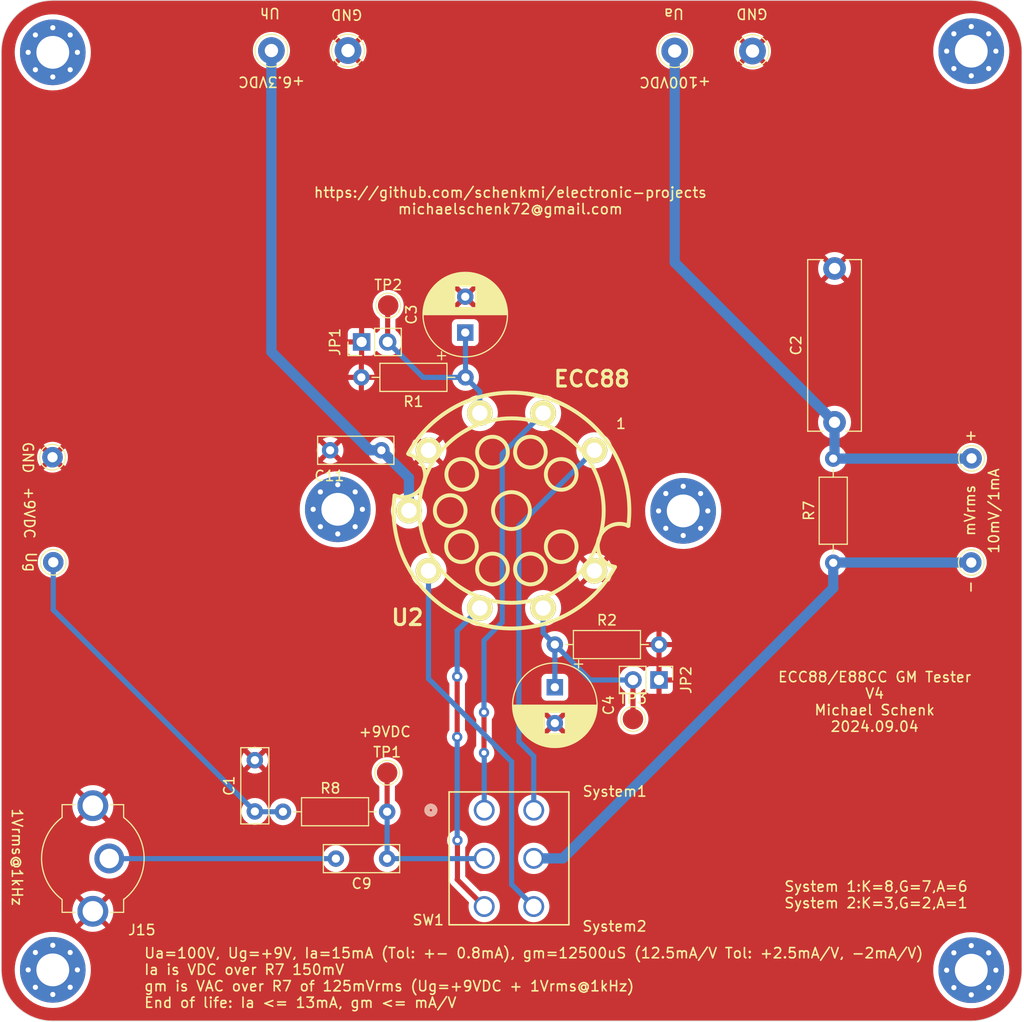
<source format=kicad_pcb>
(kicad_pcb (version 20240108) (generator "pcbnew") (generator_version "8.0")
  (layers (0 "F.Cu" signal) (31 "B.Cu" signal) (34 "B.Paste" user) (35 "F.Paste" user) (36 "B.SilkS" user "B.Silkscreen") (37 "F.SilkS" user "F.Silkscreen") (38 "B.Mask" user) (39 "F.Mask" user) (44 "Edge.Cuts" user))
  (net 0 "")
  (net 1 "VDDA")
  (net 2 "Net-(C9-Pad1)")
  (net 3 "Net-(JP1-B)")
  (net 4 "FVCC")
  (net 5 "Net-(J15-In)")
  (net 6 "FGND")
  (net 7 "Net-(J18-Pin_1)")
  (net 8 "Net-(J17-Pin_1)")
  (net 9 "Net-(JP2-B)")
  (net 10 "Net-(U2B-G)")
  (net 11 "Net-(U2A-A)")
  (net 12 "Net-(U2B-A)")
  (net 13 "Net-(U2A-G)")
  (footprint "MountingHole:MountingHole_3.2mm_M3_Pad_Via" (layer "F.Cu") (at 50.753944 52.832)
    (property "Reference" "H1" (hide yes))
    (property "Value" "MountingHole")
    (pad "1" thru_hole circle (at -2.4 0) (size 0.8 0.8) (drill 0.5) (layers "*.Cu" "*.Mask"))
    (pad "1" thru_hole circle (at -1.697056 -1.697056) (size 0.8 0.8) (drill 0.5) (layers "*.Cu" "*.Mask"))
    (pad "1" thru_hole circle (at -1.697056 1.697056) (size 0.8 0.8) (drill 0.5) (layers "*.Cu" "*.Mask"))
    (pad "1" thru_hole circle (at 0 -2.4) (size 0.8 0.8) (drill 0.5) (layers "*.Cu" "*.Mask"))
    (pad "1" thru_hole circle (at 0 0) (size 6.4 6.4) (drill 3.2) (layers "*.Cu" "*.Mask"))
    (pad "1" thru_hole circle (at 0 2.4) (size 0.8 0.8) (drill 0.5) (layers "*.Cu" "*.Mask"))
    (pad "1" thru_hole circle (at 1.697056 -1.697056) (size 0.8 0.8) (drill 0.5) (layers "*.Cu" "*.Mask"))
    (pad "1" thru_hole circle (at 1.697056 1.697056) (size 0.8 0.8) (drill 0.5) (layers "*.Cu" "*.Mask"))
    (pad "1" thru_hole circle (at 2.4 0) (size 0.8 0.8) (drill 0.5) (layers "*.Cu" "*.Mask"))
  )
  (footprint "MountingHole:MountingHole_3.2mm_M3_Pad_Via" (layer "F.Cu") (at 50.753944 142.320944)
    (property "Reference" "H2" (hide yes))
    (property "Value" "MountingHole")
    (pad "1" thru_hole circle (at -2.4 0) (size 0.8 0.8) (drill 0.5) (layers "*.Cu" "*.Mask"))
    (pad "1" thru_hole circle (at -1.697056 -1.697056) (size 0.8 0.8) (drill 0.5) (layers "*.Cu" "*.Mask"))
    (pad "1" thru_hole circle (at -1.697056 1.697056) (size 0.8 0.8) (drill 0.5) (layers "*.Cu" "*.Mask"))
    (pad "1" thru_hole circle (at 0 -2.4) (size 0.8 0.8) (drill 0.5) (layers "*.Cu" "*.Mask"))
    (pad "1" thru_hole circle (at 0 0) (size 6.4 6.4) (drill 3.2) (layers "*.Cu" "*.Mask"))
    (pad "1" thru_hole circle (at 0 2.4) (size 0.8 0.8) (drill 0.5) (layers "*.Cu" "*.Mask"))
    (pad "1" thru_hole circle (at 1.697056 -1.697056) (size 0.8 0.8) (drill 0.5) (layers "*.Cu" "*.Mask"))
    (pad "1" thru_hole circle (at 1.697056 1.697056) (size 0.8 0.8) (drill 0.5) (layers "*.Cu" "*.Mask"))
    (pad "1" thru_hole circle (at 2.4 0) (size 0.8 0.8) (drill 0.5) (layers "*.Cu" "*.Mask"))
  )
  (footprint "MountingHole:MountingHole_3.2mm_M3_Pad_Via" (layer "F.Cu") (at 140.335 142.354)
    (property "Reference" "H3" (hide yes))
    (property "Value" "MountingHole")
    (pad "1" thru_hole circle (at -2.4 0) (size 0.8 0.8) (drill 0.5) (layers "*.Cu" "*.Mask"))
    (pad "1" thru_hole circle (at -1.697056 -1.697056) (size 0.8 0.8) (drill 0.5) (layers "*.Cu" "*.Mask"))
    (pad "1" thru_hole circle (at -1.697056 1.697056) (size 0.8 0.8) (drill 0.5) (layers "*.Cu" "*.Mask"))
    (pad "1" thru_hole circle (at 0 -2.4) (size 0.8 0.8) (drill 0.5) (layers "*.Cu" "*.Mask"))
    (pad "1" thru_hole circle (at 0 0) (size 6.4 6.4) (drill 3.2) (layers "*.Cu" "*.Mask"))
    (pad "1" thru_hole circle (at 0 2.4) (size 0.8 0.8) (drill 0.5) (layers "*.Cu" "*.Mask"))
    (pad "1" thru_hole circle (at 1.697056 -1.697056) (size 0.8 0.8) (drill 0.5) (layers "*.Cu" "*.Mask"))
    (pad "1" thru_hole circle (at 1.697056 1.697056) (size 0.8 0.8) (drill 0.5) (layers "*.Cu" "*.Mask"))
    (pad "1" thru_hole circle (at 2.4 0) (size 0.8 0.8) (drill 0.5) (layers "*.Cu" "*.Mask"))
  )
  (footprint "MountingHole:MountingHole_3.2mm_M3_Pad_Via" (layer "F.Cu") (at 140.335 52.718)
    (property "Reference" "H4" (hide yes))
    (property "Value" "MountingHole")
    (pad "1" thru_hole circle (at -2.4 0) (size 0.8 0.8) (drill 0.5) (layers "*.Cu" "*.Mask"))
    (pad "1" thru_hole circle (at -1.697056 -1.697056) (size 0.8 0.8) (drill 0.5) (layers "*.Cu" "*.Mask"))
    (pad "1" thru_hole circle (at -1.697056 1.697056) (size 0.8 0.8) (drill 0.5) (layers "*.Cu" "*.Mask"))
    (pad "1" thru_hole circle (at 0 -2.4) (size 0.8 0.8) (drill 0.5) (layers "*.Cu" "*.Mask"))
    (pad "1" thru_hole circle (at 0 0) (size 6.4 6.4) (drill 3.2) (layers "*.Cu" "*.Mask"))
    (pad "1" thru_hole circle (at 0 2.4) (size 0.8 0.8) (drill 0.5) (layers "*.Cu" "*.Mask"))
    (pad "1" thru_hole circle (at 1.697056 -1.697056) (size 0.8 0.8) (drill 0.5) (layers "*.Cu" "*.Mask"))
    (pad "1" thru_hole circle (at 1.697056 1.697056) (size 0.8 0.8) (drill 0.5) (layers "*.Cu" "*.Mask"))
    (pad "1" thru_hole circle (at 2.4 0) (size 0.8 0.8) (drill 0.5) (layers "*.Cu" "*.Mask"))
  )
  (footprint "Connector_Pin:Pin_D1.3mm_L11.0mm" (layer "F.Cu") (at 111.412174 52.705)
    (property "Reference" "J5" (hide yes))
    (property "Value" "Conn_01x01")
    (pad "1" thru_hole circle (at 0 0) (size 2.6 2.6) (drill 1.3) (layers "*.Cu" "*.Mask") (net 1 "VDDA"))
  )
  (footprint "Connector_Pin:Pin_D1.3mm_L11.0mm" (layer "F.Cu") (at 118.999 52.705)
    (property "Reference" "J6" (hide yes))
    (property "Value" "Conn_01x01")
    (pad "1" thru_hole circle (at 0 0) (size 2.6 2.6) (drill 1.3) (layers "*.Cu" "*.Mask") (net 6 "FGND"))
  )
  (footprint "Connector_Pin:Pin_D1.3mm_L11.0mm" (layer "F.Cu") (at 72.076483 52.657064)
    (property "Reference" "J9" (hide yes))
    (property "Value" "Conn_01x01")
    (pad "1" thru_hole circle (at 0 0) (size 2.6 2.6) (drill 1.3) (layers "*.Cu" "*.Mask") (net 4 "FVCC"))
  )
  (footprint "Connector_Pin:Pin_D1.3mm_L11.0mm" (layer "F.Cu") (at 79.547902 52.657064)
    (property "Reference" "J10" (hide yes))
    (property "Value" "Conn_01x01")
    (pad "1" thru_hole circle (at 0 0) (size 2.6 2.6) (drill 1.3) (layers "*.Cu" "*.Mask") (net 6 "FGND"))
  )
  (footprint "Capacitor_THT:C_Rect_L7.2mm_W2.5mm_P5.00mm_FKS2_FKP2_MKS2_MKP2" (layer "F.Cu") (at 82.804 91.6432 180)
    (property "Reference" "C11" (at 5.08 -2.5 0) (layer "F.SilkS"))
    (property "Value" "100nF")
    (pad "1" thru_hole circle (at 0 0 180) (size 1.6 1.6) (drill 0.8) (layers "*.Cu" "*.Mask") (net 4 "FVCC"))
    (pad "2" thru_hole circle (at 5 0 180) (size 1.6 1.6) (drill 0.8) (layers "*.Cu" "*.Mask") (net 6 "FGND"))
  )
  (footprint "Resistor_THT:R_Axial_DIN0207_L6.3mm_D2.5mm_P10.16mm_Horizontal" (layer "F.Cu") (at 83.3628 126.8984 180)
    (property "Reference" "R8" (at 5.5372 2.286 0) (layer "F.SilkS"))
    (property "Value" "200k/0.6W")
    (pad "1" thru_hole circle (at 0 0 180) (size 1.6 1.6) (drill 0.8) (layers "*.Cu" "*.Mask") (net 2 "Net-(C9-Pad1)"))
    (pad "2" thru_hole oval (at 10.16 0 180) (size 1.6 1.6) (drill 0.8) (layers "*.Cu" "*.Mask") (net 7 "Net-(J18-Pin_1)"))
  )
  (footprint "Resistor_THT:R_Axial_DIN0207_L6.3mm_D2.5mm_P10.16mm_Horizontal" (layer "F.Cu") (at 126.873 102.616 90)
    (property "Reference" "R7" (at 5.08 -2.37 90) (layer "F.SilkS"))
    (property "Value" "10R/0.4W/0.1%")
    (pad "1" thru_hole circle (at 0 0 90) (size 1.6 1.6) (drill 0.8) (layers "*.Cu" "*.Mask") (net 8 "Net-(J17-Pin_1)"))
    (pad "2" thru_hole oval (at 10.16 0 90) (size 1.6 1.6) (drill 0.8) (layers "*.Cu" "*.Mask") (net 1 "VDDA"))
  )
  (footprint "TestPoint:TestPoint_Pad_D2.0mm" (layer "F.Cu") (at 83.4644 77.5208)
    (property "Reference" "TP2" (at 0 -1.998 0) (layer "F.SilkS"))
    (property "Value" "TestPoint")
    (pad "1" smd circle (at 0 0) (size 2 2) (layers "F.Cu" "F.Mask") (net 3 "Net-(JP1-B)"))
  )
  (footprint "kicad-snk:TubeNoval-ECC88" (layer "F.Cu") (at 95.48876 97.5233 90)
    (property "Reference" "U2" (at -10.4267 -10.14476 180) (layer "F.SilkS") (effects (font (size 1.524 1.524) (thickness 0.3048))))
    (property "Value" "ECC88" (at 12.8397 7.83844 180) (layer "F.SilkS") (effects (font (size 1.524 1.524) (thickness 0.3048))))
    (pad "1" thru_hole circle (at 5.87756 8.0899 90) (size 2.49936 2.49936) (drill 1.4986) (layers "*.Cu" "*.Mask" "F.SilkS") (net 11 "Net-(U2A-A)"))
    (pad "2" thru_hole circle (at 9.50976 3.0861 90) (size 2.49936 2.49936) (drill 1.4986) (layers "*.Cu" "*.Mask" "F.SilkS") (net 13 "Net-(U2A-G)"))
    (pad "3" thru_hole circle (at 9.50976 -3.0861 90) (size 2.49936 2.49936) (drill 1.4986) (layers "*.Cu" "*.Mask" "F.SilkS") (net 3 "Net-(JP1-B)"))
    (pad "4" thru_hole circle (at 5.87756 -8.0899 90) (size 2.49936 2.49936) (drill 1.4986) (layers "*.Cu" "*.Mask" "F.SilkS") (net 6 "FGND"))
    (pad "5" thru_hole circle (at 0 -9.99998 90) (size 2.49936 2.49936) (drill 1.4986) (layers "*.Cu" "*.Mask" "F.SilkS") (net 4 "FVCC"))
    (pad "6" thru_hole circle (at -5.87756 -8.0899 90) (size 2.49936 2.49936) (drill 1.4986) (layers "*.Cu" "*.Mask" "F.SilkS") (net 12 "Net-(U2B-A)"))
    (pad "7" thru_hole circle (at -9.50976 -3.0861 90) (size 2.49936 2.49936) (drill 1.4986) (layers "*.Cu" "*.Mask" "F.SilkS") (net 10 "Net-(U2B-G)"))
    (pad "8" thru_hole circle (at -9.50976 3.0861 90) (size 2.49936 2.49936) (drill 1.4986) (layers "*.Cu" "*.Mask" "F.SilkS") (net 9 "Net-(JP2-B)"))
    (pad "9" thru_hole circle (at -5.87756 8.0899 90) (size 2.49936 2.49936) (drill 1.4986) (layers "*.Cu" "*.Mask" "F.SilkS") (net 6 "FGND"))
  )
  (footprint "Connector_Pin:Pin_D1.0mm_L10.0mm" (layer "F.Cu") (at 140.364853 92.4306)
    (property "Reference" "J16" (hide yes))
    (property "Value" "Conn_01x01")
    (pad "1" thru_hole circle (at 0 0) (size 2 2) (drill 1) (layers "*.Cu" "*.Mask") (net 1 "VDDA"))
  )
  (footprint "kicad-snk:RCA-Phono_CUI-Devices_RCJ-02X_Vertical" (layer "F.Cu") (at 54.6608 131.457126 -90)
    (property "Reference" "J15" (at 6.972874 -4.7752 180) (layer "F.SilkS"))
    (property "Value" "1Vrms@1kHz")
    (pad "1" thru_hole circle (at 0 -1.6 270) (size 2.9 2.9) (drill 1.9) (layers "*.Cu" "*.Mask") (net 5 "Net-(J15-In)"))
    (pad "2" thru_hole circle (at -5.15 0 270) (size 3 3) (drill 2) (layers "*.Cu" "*.Mask") (net 6 "FGND"))
    (pad "2" thru_hole circle (at 5.15 0 270) (size 3 3) (drill 2) (layers "*.Cu" "*.Mask") (net 6 "FGND"))
  )
  (footprint "MountingHole:MountingHole_3.2mm_M3_Pad_Via" (layer "F.Cu") (at 78.549573 97.401311)
    (property "Reference" "H5" (hide yes))
    (property "Value" "MountingHole")
    (pad "1" thru_hole circle (at -2.4 0) (size 0.8 0.8) (drill 0.5) (layers "*.Cu" "*.Mask"))
    (pad "1" thru_hole circle (at -1.697056 -1.697056) (size 0.8 0.8) (drill 0.5) (layers "*.Cu" "*.Mask"))
    (pad "1" thru_hole circle (at -1.697056 1.697056) (size 0.8 0.8) (drill 0.5) (layers "*.Cu" "*.Mask"))
    (pad "1" thru_hole circle (at 0 -2.4) (size 0.8 0.8) (drill 0.5) (layers "*.Cu" "*.Mask"))
    (pad "1" thru_hole circle (at 0 0) (size 6.4 6.4) (drill 3.2) (layers "*.Cu" "*.Mask"))
    (pad "1" thru_hole circle (at 0 2.4) (size 0.8 0.8) (drill 0.5) (layers "*.Cu" "*.Mask"))
    (pad "1" thru_hole circle (at 1.697056 -1.697056) (size 0.8 0.8) (drill 0.5) (layers "*.Cu" "*.Mask"))
    (pad "1" thru_hole circle (at 1.697056 1.697056) (size 0.8 0.8) (drill 0.5) (layers "*.Cu" "*.Mask"))
    (pad "1" thru_hole circle (at 2.4 0) (size 0.8 0.8) (drill 0.5) (layers "*.Cu" "*.Mask"))
  )
  (footprint "Capacitor_THT:C_Rect_L7.2mm_W2.5mm_P5.00mm_FKS2_FKP2_MKS2_MKP2" (layer "F.Cu") (at 83.3628 131.4704 180)
    (property "Reference" "C9" (at 2.4892 -2.4384 0) (layer "F.SilkS"))
    (property "Value" "100nF")
    (pad "1" thru_hole circle (at 0 0 180) (size 1.6 1.6) (drill 0.8) (layers "*.Cu" "*.Mask") (net 2 "Net-(C9-Pad1)"))
    (pad "2" thru_hole circle (at 5 0 180) (size 1.6 1.6) (drill 0.8) (layers "*.Cu" "*.Mask") (net 5 "Net-(J15-In)"))
  )
  (footprint "TestPoint:TestPoint_Pad_D2.0mm" (layer "F.Cu") (at 83.3628 123.0884)
    (property "Reference" "TP1" (at 0 -1.998 0) (layer "F.SilkS"))
    (property "Value" "TestPoint")
    (pad "1" smd circle (at 0 0) (size 2 2) (layers "F.Cu" "F.Mask") (net 2 "Net-(C9-Pad1)"))
  )
  (footprint "Resistor_THT:R_Axial_DIN0207_L6.3mm_D2.5mm_P10.16mm_Horizontal" (layer "F.Cu") (at 99.7204 110.5916)
    (property "Reference" "R2" (at 5.08 -2.37 0) (layer "F.SilkS"))
    (property "Value" "680R/0.6W")
    (pad "1" thru_hole circle (at 0 0) (size 1.6 1.6) (drill 0.8) (layers "*.Cu" "*.Mask") (net 9 "Net-(JP2-B)"))
    (pad "2" thru_hole oval (at 10.16 0) (size 1.6 1.6) (drill 0.8) (layers "*.Cu" "*.Mask") (net 6 "FGND"))
  )
  (footprint "Connector_Pin:Pin_D1.0mm_L10.0mm" (layer "F.Cu") (at 50.8 102.5652)
    (property "Reference" "J18" (hide yes))
    (property "Value" "~")
    (pad "1" thru_hole circle (at 0 0) (size 2 2) (drill 1) (layers "*.Cu" "*.Mask") (net 7 "Net-(J18-Pin_1)"))
  )
  (footprint "Capacitor_THT:C_Rect_L7.2mm_W2.5mm_P5.00mm_FKS2_FKP2_MKS2_MKP2" (layer "F.Cu") (at 70.4596 126.8692 90)
    (property "Reference" "C1" (at 2.5 -2.5 90) (layer "F.SilkS"))
    (property "Value" "100nF")
    (pad "1" thru_hole circle (at 0 0 90) (size 1.6 1.6) (drill 0.8) (layers "*.Cu" "*.Mask") (net 7 "Net-(J18-Pin_1)"))
    (pad "2" thru_hole circle (at 5 0 90) (size 1.6 1.6) (drill 0.8) (layers "*.Cu" "*.Mask") (net 6 "FGND"))
  )
  (footprint "Connector_Pin:Pin_D1.0mm_L10.0mm" (layer "F.Cu") (at 50.725632 92.32051)
    (property "Reference" "J19" (hide yes))
    (property "Value" "~")
    (pad "1" thru_hole circle (at 0 0) (size 2 2) (drill 1) (layers "*.Cu" "*.Mask") (net 6 "FGND"))
  )
  (footprint "Connector_Pin:Pin_D1.0mm_L10.0mm" (layer "F.Cu") (at 140.335 102.5906)
    (property "Reference" "J17" (hide yes))
    (property "Value" "Conn_01x01")
    (pad "1" thru_hole circle (at 0 0) (size 2 2) (drill 1) (layers "*.Cu" "*.Mask") (net 8 "Net-(J17-Pin_1)"))
  )
  (footprint "Resistor_THT:R_Axial_DIN0207_L6.3mm_D2.5mm_P10.16mm_Horizontal" (layer "F.Cu") (at 91.0082 84.5312 180)
    (property "Reference" "R1" (at 5.08 -2.37 0) (layer "F.SilkS"))
    (property "Value" "680R/0.6W")
    (pad "1" thru_hole circle (at 0 0 180) (size 1.6 1.6) (drill 0.8) (layers "*.Cu" "*.Mask") (net 3 "Net-(JP1-B)"))
    (pad "2" thru_hole oval (at 10.16 0 180) (size 1.6 1.6) (drill 0.8) (layers "*.Cu" "*.Mask") (net 6 "FGND"))
  )
  (footprint "MountingHole:MountingHole_3.2mm_M3_Pad_Via" (layer "F.Cu") (at 112.238939 97.55747)
    (property "Reference" "H6" (hide yes))
    (property "Value" "MountingHole")
    (pad "1" thru_hole circle (at -2.4 0) (size 0.8 0.8) (drill 0.5) (layers "*.Cu" "*.Mask"))
    (pad "1" thru_hole circle (at -1.697056 -1.697056) (size 0.8 0.8) (drill 0.5) (layers "*.Cu" "*.Mask"))
    (pad "1" thru_hole circle (at -1.697056 1.697056) (size 0.8 0.8) (drill 0.5) (layers "*.Cu" "*.Mask"))
    (pad "1" thru_hole circle (at 0 -2.4) (size 0.8 0.8) (drill 0.5) (layers "*.Cu" "*.Mask"))
    (pad "1" thru_hole circle (at 0 0) (size 6.4 6.4) (drill 3.2) (layers "*.Cu" "*.Mask"))
    (pad "1" thru_hole circle (at 0 2.4) (size 0.8 0.8) (drill 0.5) (layers "*.Cu" "*.Mask"))
    (pad "1" thru_hole circle (at 1.697056 -1.697056) (size 0.8 0.8) (drill 0.5) (layers "*.Cu" "*.Mask"))
    (pad "1" thru_hole circle (at 1.697056 1.697056) (size 0.8 0.8) (drill 0.5) (layers "*.Cu" "*.Mask"))
    (pad "1" thru_hole circle (at 2.4 0) (size 0.8 0.8) (drill 0.5) (layers "*.Cu" "*.Mask"))
  )
  (footprint "Capacitor_THT:C_Rect_L16.5mm_W5.0mm_P15.00mm_MKT" (layer "F.Cu") (at 127 88.914 90)
    (property "Reference" "C2" (at 7.5 -3.75 90) (layer "F.SilkS"))
    (property "Value" "100nF")
    (pad "1" thru_hole circle (at 0 0 90) (size 2.2 2.2) (drill 1.1) (layers "*.Cu" "*.Mask") (net 1 "VDDA"))
    (pad "2" thru_hole circle (at 15 0 90) (size 2.2 2.2) (drill 1.1) (layers "*.Cu" "*.Mask") (net 6 "FGND"))
  )
  (footprint "Capacitor_THT:CP_Radial_D8.0mm_P3.50mm" (layer "F.Cu") (at 99.7204 114.7572 -90)
    (property "Reference" "C4" (at 1.75 -5.25 90) (layer "F.SilkS"))
    (property "Value" "220uF")
    (pad "1" thru_hole rect (at 0 0 270) (size 1.6 1.6) (drill 0.8) (layers "*.Cu" "*.Mask") (net 9 "Net-(JP2-B)"))
    (pad "2" thru_hole circle (at 3.5 0 270) (size 1.6 1.6) (drill 0.8) (layers "*.Cu" "*.Mask") (net 6 "FGND"))
  )
  (footprint "Connector_PinHeader_2.54mm:PinHeader_1x02_P2.54mm_Vertical" (layer "F.Cu") (at 109.8804 114.046 -90)
    (property "Reference" "JP2" (at 0 -2.6416 90) (layer "F.SilkS"))
    (property "Value" "Jumper_2_Open")
    (pad "1" thru_hole rect (at 0 0 270) (size 1.7 1.7) (drill 1) (layers "*.Cu" "*.Mask") (net 6 "FGND"))
    (pad "2" thru_hole oval (at 0 2.54 270) (size 1.7 1.7) (drill 1) (layers "*.Cu" "*.Mask") (net 9 "Net-(JP2-B)"))
  )
  (footprint "Capacitor_THT:CP_Radial_D8.0mm_P3.50mm" (layer "F.Cu") (at 90.9828 80.1624 90)
    (property "Reference" "C3" (at 1.75 -5.25 90) (layer "F.SilkS"))
    (property "Value" "220uF")
    (pad "1" thru_hole rect (at 0 0 90) (size 1.6 1.6) (drill 0.8) (layers "*.Cu" "*.Mask") (net 3 "Net-(JP1-B)"))
    (pad "2" thru_hole circle (at 3.5 0 90) (size 1.6 1.6) (drill 0.8) (layers "*.Cu" "*.Mask") (net 6 "FGND"))
  )
  (footprint "Connector_PinHeader_2.54mm:PinHeader_1x02_P2.54mm_Vertical" (layer "F.Cu") (at 80.8736 81.0768 90)
    (property "Reference" "JP1" (at 0 -2.5908 90) (layer "F.SilkS"))
    (property "Value" "Jumper_2_Open")
    (pad "1" thru_hole rect (at 0 0 90) (size 1.7 1.7) (drill 1) (layers "*.Cu" "*.Mask") (net 6 "FGND"))
    (pad "2" thru_hole oval (at 0 2.54 90) (size 1.7 1.7) (drill 1) (layers "*.Cu" "*.Mask") (net 3 "Net-(JP1-B)"))
  )
  (footprint "kicad-snk:SW6_ANT21SECQE_CRS" (layer "F.Cu") (at 92.832998 126.744999)
    (property "Reference" "SW1" (at -5.456998 10.719801 0) (layer "F.SilkS"))
    (property "Value" "DPDT_SW_ANT21SECQE")
    (pad "1" thru_hole circle (at 0 0) (size 2.032 2.032) (drill 1.524) (layers "*.Cu" "*.Mask") (net 13 "Net-(U2A-G)"))
    (pad "2" thru_hole circle (at 0 4.700001) (size 2.032 2.032) (drill 1.524) (layers "*.Cu" "*.Mask") (net 2 "Net-(C9-Pad1)"))
    (pad "3" thru_hole circle (at 0 9.400001) (size 2.032 2.032) (drill 1.524) (layers "*.Cu" "*.Mask") (net 10 "Net-(U2B-G)"))
    (pad "4" thru_hole circle (at 4.830002 0) (size 2.032 2.032) (drill 1.524) (layers "*.Cu" "*.Mask") (net 11 "Net-(U2A-A)"))
    (pad "5" thru_hole circle (at 4.830002 4.700001) (size 2.032 2.032) (drill 1.524) (layers "*.Cu" "*.Mask") (net 8 "Net-(J17-Pin_1)"))
    (pad "6" thru_hole circle (at 4.830002 9.400001) (size 2.032 2.032) (drill 1.524) (layers "*.Cu" "*.Mask") (net 12 "Net-(U2B-A)"))
  )
  (footprint "TestPoint:TestPoint_Pad_D2.0mm" (layer "F.Cu") (at 107.3404 117.856)
    (property "Reference" "TP3" (at 0 -1.998 0) (layer "F.SilkS"))
    (property "Value" "TestPoint")
    (pad "1" smd circle (at 0 0) (size 2 2) (layers "F.Cu" "F.Mask") (net 9 "Net-(JP2-B)"))
  )
  (gr_line (start 140.288 147.32) (end 50.72 147.32) (stroke (width 0.05)) (layer "Edge.Cuts"))
  (gr_line (start 45.72 142.32) (end 45.72 52.752) (stroke (width 0.05)) (layer "Edge.Cuts"))
  (gr_arc (start 145.288 142.32) (mid 143.823534 145.855534) (end 140.288 147.32) (stroke (width 0.05)) (layer "Edge.Cuts"))
  (gr_arc (start 50.72 147.32) (mid 47.184466 145.855534) (end 45.72 142.32) (stroke (width 0.05)) (layer "Edge.Cuts"))
  (gr_line (start 50.72 47.752) (end 140.288 47.752) (stroke (width 0.05)) (layer "Edge.Cuts"))
  (gr_arc (start 45.72 52.752) (mid 47.184466 49.216466) (end 50.72 47.752) (stroke (width 0.05)) (layer "Edge.Cuts"))
  (gr_arc (start 140.288 47.752) (mid 143.823534 49.216466) (end 145.288 52.752) (stroke (width 0.05)) (layer "Edge.Cuts"))
  (gr_line (start 145.288 52.752) (end 145.288 142.32) (stroke (width 0.05)) (layer "Edge.Cuts"))
  (gr_text "GND" (at 48.324558 92.3544 270) (layer "F.SilkS") (effects (font (size 1 1))))
  (gr_text "+6.3VDC" (at 72.093215 55.704078 180) (layer "F.SilkS") (effects (font (size 1 1))))
  (gr_text "GND" (at 118.947135 49.0728 180) (layer "F.SilkS") (effects (font (size 1 1))))
  (gr_text "GND" (at 79.420902 49.151864 180) (layer "F.SilkS") (effects (font (size 1 1))))
  (gr_text "-" (at 140.8176 104.267 90) (layer "F.SilkS") (effects (font (size 1 1)) (justify left bottom mirror)))
  (gr_text "+9VDC" (at 47.879 95.123 270) (layer "F.SilkS") (effects (font (size 1 1)) (justify left bottom)))
  (gr_text "Uh" (at 71.927902 49.00973 180) (layer "F.SilkS") (effects (font (size 1 1))))
  (gr_text "+" (at 141.0208 90.7542 0) (layer "F.SilkS") (effects (font (size 1 1)) (justify left bottom mirror)))
  (gr_text "Ua" (at 111.327135 49.0728 180) (layer "F.SilkS") (effects (font (size 1 1))))
  (gr_text "+9VDC" (at 80.518 119.6848 0) (layer "F.SilkS") (effects (font (size 1 1)) (justify left bottom)))
  (gr_text "ECC88/E88CC GM Tester\nV4\nMichael Schenk\n2024.09.04" (at 130.9116 116.1796 0) (layer "F.SilkS") (effects (font (size 1 1))))
  (gr_text "Ua=100V, Ug=+9V, Ia=15mA (Tol: +- 0.8mA), gm=12500uS (12.5mA/V Tol: +2.5mA/V, -2mA/V)\nIa is VDC over R7 150mV\ngm is VAC over R7 of 125mVrms (Ug=+9VDC + 1Vrms@1kHz)\nEnd of life: Ia <= 13mA, gm <= mA/V" (at 59.5884 143.1036 0) (layer "F.SilkS") (effects (font (size 1 1)) (justify left)))
  (gr_text "mVrms" (at 140.208 97.5106 90) (layer "F.SilkS") (effects (font (size 1 1))))
  (gr_text "Ug" (at 48.612937 102.5512 270) (layer "F.SilkS") (effects (font (size 1 1))))
  (gr_text "https://github.com/schenkmi/electronic-projects\nmichaelschenk72@gmail.com" (at 95.377 67.31 0) (layer "F.SilkS") (effects (font (size 1 1))))
  (gr_text "+100VDC" (at 111.446877 55.743231 180) (layer "F.SilkS") (effects (font (size 1 1))))
  (gr_text "1" (at 106.172 89.0524 0) (layer "F.SilkS") (effects (font (size 1 1))))
  (gr_text "10mV/1mA" (at 142.5448 97.5614 90) (layer "F.SilkS") (effects (font (size 1 1))))
  (gr_text "System1" (at 105.5624 124.9172 0) (layer "F.SilkS") (effects (font (size 1 1))))
  (gr_text "System 1:K=8,G=7,A=6\nSystem 2:K=3,G=2,A=1" (at 122.018124 134.998943 0) (layer "F.SilkS") (effects (font (size 1 1)) (justify left)))
  (gr_text "System2" (at 105.543511 138.07317 0) (layer "F.SilkS") (effects (font (size 1 1))))
  (gr_text "1Vrms@1kHz" (at 46.6852 126.492 270) (layer "F.SilkS") (effects (font (size 1 1)) (justify left bottom)))
  (segment (start 111.412174 52.705) (end 111.412174 73.326174) (width 1) (layer "B.Cu") (net 1))
  (segment (start 127 88.914) (end 127 92.329) (width 1) (layer "B.Cu") (net 1))
  (segment (start 140.339453 92.456) (end 140.364853 92.4306) (width 1) (layer "B.Cu") (net 1))
  (segment (start 126.873 92.456) (end 140.339453 92.456) (width 1) (layer "B.Cu") (net 1))
  (segment (start 111.412174 73.326174) (end 127 88.914) (width 1) (layer "B.Cu") (net 1))
  (segment (start 127 92.329) (end 126.873 92.456) (width 1) (layer "B.Cu") (net 1))
  (segment (start 83.3628 126.8984) (end 83.3628 123.0884) (width 0.5) (layer "F.Cu") (net 2))
  (segment (start 83.3628 131.4704) (end 92.807598 131.4704) (width 0.5) (layer "B.Cu") (net 2))
  (segment (start 83.3628 131.4704) (end 83.3628 126.8984) (width 0.5) (layer "B.Cu") (net 2))
  (segment (start 92.807598 131.4704) (end 92.832998 131.445) (width 0.5) (layer "B.Cu") (net 2))
  (segment (start 83.4136 77.5716) (end 83.4644 77.5208) (width 0.5) (layer "F.Cu") (net 3))
  (segment (start 83.4136 81.0768) (end 83.4136 77.5716) (width 0.5) (layer "F.Cu") (net 3))
  (segment (start 92.40266 85.92566) (end 91.0082 84.5312) (width 0.5) (layer "B.Cu") (net 3))
  (segment (start 91.0082 84.5312) (end 86.868 84.5312) (width 0.5) (layer "B.Cu") (net 3))
  (segment (start 86.868 84.5312) (end 83.4136 81.0768) (width 0.5) (layer "B.Cu") (net 3))
  (segment (start 91.0082 80.1878) (end 90.9828 80.1624) (width 0.5) (layer "B.Cu") (net 3))
  (segment (start 92.40266 88.01354) (end 92.40266 85.92566) (width 0.5) (layer "B.Cu") (net 3))
  (segment (start 91.0082 84.5312) (end 91.0082 80.1878) (width 0.5) (layer "B.Cu") (net 3))
  (segment (start 82.804 91.6432) (end 81.67263 91.6432) (width 1) (layer "B.Cu") (net 4))
  (segment (start 81.67263 91.6432) (end 72.076483 82.047053) (width 1) (layer "B.Cu") (net 4))
  (segment (start 85.48878 94.32798) (end 82.804 91.6432) (width 1) (layer "B.Cu") (net 4))
  (segment (start 72.076483 82.047053) (end 72.076483 52.657064) (width 1) (layer "B.Cu") (net 4))
  (segment (start 85.48878 97.5233) (end 85.48878 94.32798) (width 1) (layer "B.Cu") (net 4))
  (segment (start 78.3628 131.4704) (end 56.274074 131.4704) (width 0.5) (layer "B.Cu") (net 5))
  (segment (start 56.274074 131.4704) (end 56.2608 131.457126) (width 0.5) (layer "B.Cu") (net 5))
  (segment (start 70.4888 126.8984) (end 70.4596 126.8692) (width 0.5) (layer "B.Cu") (net 7))
  (segment (start 73.2028 126.8984) (end 70.4888 126.8984) (width 0.5) (layer "B.Cu") (net 7))
  (segment (start 70.4596 126.8692) (end 50.8 107.2096) (width 0.5) (layer "B.Cu") (net 7))
  (segment (start 50.8 107.2096) (end 50.8 102.5652) (width 0.5) (layer "B.Cu") (net 7))
  (segment (start 126.873 105.075056) (end 126.873 102.616) (width 1) (layer "B.Cu") (net 8))
  (segment (start 140.335 102.5906) (end 126.8984 102.5906) (width 1) (layer "B.Cu") (net 8))
  (segment (start 100.503056 131.445) (end 126.873 105.075056) (width 1) (layer "B.Cu") (net 8))
  (segment (start 126.8984 102.5906) (end 126.873 102.616) (width 1) (layer "B.Cu") (net 8))
  (segment (start 97.663 131.445) (end 100.503056 131.445) (width 1) (layer "B.Cu") (net 8))
  (segment (start 107.3404 114.046) (end 107.3404 117.856) (width 0.5) (layer "F.Cu") (net 9))
  (segment (start 99.7204 110.5916) (end 99.7204 114.7572) (width 0.5) (layer "B.Cu") (net 9))
  (segment (start 98.57486 107.03306) (end 98.57486 109.44606) (width 0.5) (layer "B.Cu") (net 9))
  (segment (start 103.1748 114.046) (end 99.7204 110.5916) (width 0.5) (layer "B.Cu") (net 9))
  (segment (start 98.57486 109.44606) (end 99.7204 110.5916) (width 0.5) (layer "B.Cu") (net 9))
  (segment (start 107.3404 114.046) (end 103.1748 114.046) (width 0.5) (layer "B.Cu") (net 9))
  (segment (start 90.2208 129.6924) (end 90.2208 133.482002) (width 0.5) (layer "F.Cu") (net 10))
  (segment (start 92.832998 136.145) (end 90.1954 133.507402) (width 0.5) (layer "F.Cu") (net 10))
  (segment (start 90.1954 113.7158) (end 90.1954 119.6086) (width 0.5) (layer "F.Cu") (net 10))
  (segment (start 90.2208 133.482002) (end 90.1954 133.507402) (width 0.5) (layer "F.Cu") (net 10))
  (via (at 90.1954 113.7158) (size 1) (drill 0.5) (layers "F.Cu" "B.Cu") (net 10))
  (via (at 90.1954 119.6086) (size 1) (drill 0.5) (layers "F.Cu" "B.Cu") (net 10))
  (via (at 90.2208 129.6924) (size 1) (drill 0.5) (layers "F.Cu" "B.Cu") (net 10))
  (segment (start 90.1954 109.24032) (end 90.1954 113.7158) (width 0.5) (layer "B.Cu") (net 10))
  (segment (start 92.40266 107.03306) (end 90.1954 109.24032) (width 0.5) (layer "B.Cu") (net 10))
  (segment (start 90.1954 119.6086) (end 90.1954 129.667) (width 0.5) (layer "B.Cu") (net 10))
  (segment (start 90.1954 129.667) (end 90.2208 129.6924) (width 0.5) (layer "B.Cu") (net 10))
  (segment (start 96.2152 120.0404) (end 96.2152 99.0092) (width 0.5) (layer "B.Cu") (net 11))
  (segment (start 97.663 121.4882) (end 96.2152 120.0404) (width 0.5) (layer "B.Cu") (net 11))
  (segment (start 96.2152 99.0092) (end 103.57866 91.64574) (width 0.5) (layer "B.Cu") (net 11))
  (segment (start 97.663 126.744999) (end 97.663 121.4882) (width 0.5) (layer "B.Cu") (net 11))
  (segment (start 97.663 136.145) (end 95.504 133.986) (width 0.5) (layer "B.Cu") (net 12))
  (segment (start 95.504 122.0216) (end 87.39886 113.91646) (width 0.5) (layer "B.Cu") (net 12))
  (segment (start 95.504 133.986) (end 95.504 122.0216) (width 0.5) (layer "B.Cu") (net 12))
  (segment (start 87.39886 113.91646) (end 87.39886 103.40086) (width 0.5) (layer "B.Cu") (net 12))
  (segment (start 92.8116 121.158) (end 92.8116 117.1956) (width 0.5) (layer "F.Cu") (net 13))
  (via (at 92.8116 117.1956) (size 1) (drill 0.5) (layers "F.Cu" "B.Cu") (net 13))
  (via (at 92.8116 121.158) (size 1) (drill 0.5) (layers "F.Cu" "B.Cu") (net 13))
  (segment (start 92.8116 110.1852) (end 94.5896 108.4072) (width 0.5) (layer "B.Cu") (net 13))
  (segment (start 94.5896 91.9988) (end 98.57486 88.01354) (width 0.5) (layer "B.Cu") (net 13))
  (segment (start 92.832998 121.179398) (end 92.8116 121.158) (width 0.5) (layer "B.Cu") (net 13))
  (segment (start 92.832998 126.744999) (end 92.832998 121.179398) (width 0.5) (layer "B.Cu") (net 13))
  (segment (start 92.8116 117.1956) (end 92.8116 110.1852) (width 0.5) (layer "B.Cu") (net 13))
  (segment (start 94.5896 108.4072) (end 94.5896 91.9988) (width 0.5) (layer "B.Cu") (net 13))
  (zone (net 6) (net_name "FGND") (layer "F.Cu") (connect_pads (clearance 0.508)) (min_thickness 0.25) (fill yes (thermal_gap 0.5) (thermal_bridge_width 0.5))
    (polygon (pts (xy 45.72 147.32) (xy 45.72 47.752) (xy 145.288 47.752) (xy 145.288 147.32)))
  )
)
</source>
